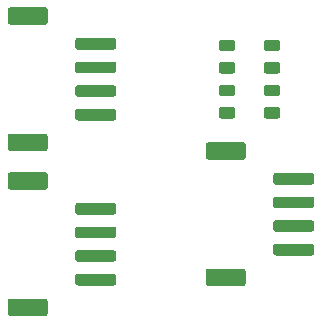
<source format=gbr>
%TF.GenerationSoftware,KiCad,Pcbnew,(5.1.6-0)*%
%TF.CreationDate,2022-05-03T23:10:05-07:00*%
%TF.ProjectId,talonsrx-enc-limit-ftc,74616c6f-6e73-4727-982d-656e632d6c69,rev?*%
%TF.SameCoordinates,PX695f190PY69fa208*%
%TF.FileFunction,Paste,Top*%
%TF.FilePolarity,Positive*%
%FSLAX46Y46*%
G04 Gerber Fmt 4.6, Leading zero omitted, Abs format (unit mm)*
G04 Created by KiCad (PCBNEW (5.1.6-0)) date 2022-05-03 23:10:05*
%MOMM*%
%LPD*%
G01*
G04 APERTURE LIST*
G04 APERTURE END LIST*
%TO.C,D1*%
G36*
G01*
X30301250Y19500000D02*
X29388750Y19500000D01*
G75*
G02*
X29145000Y19743750I0J243750D01*
G01*
X29145000Y20231250D01*
G75*
G02*
X29388750Y20475000I243750J0D01*
G01*
X30301250Y20475000D01*
G75*
G02*
X30545000Y20231250I0J-243750D01*
G01*
X30545000Y19743750D01*
G75*
G02*
X30301250Y19500000I-243750J0D01*
G01*
G37*
G36*
G01*
X30301250Y17625000D02*
X29388750Y17625000D01*
G75*
G02*
X29145000Y17868750I0J243750D01*
G01*
X29145000Y18356250D01*
G75*
G02*
X29388750Y18600000I243750J0D01*
G01*
X30301250Y18600000D01*
G75*
G02*
X30545000Y18356250I0J-243750D01*
G01*
X30545000Y17868750D01*
G75*
G02*
X30301250Y17625000I-243750J0D01*
G01*
G37*
%TD*%
%TO.C,D2*%
G36*
G01*
X26491250Y17625000D02*
X25578750Y17625000D01*
G75*
G02*
X25335000Y17868750I0J243750D01*
G01*
X25335000Y18356250D01*
G75*
G02*
X25578750Y18600000I243750J0D01*
G01*
X26491250Y18600000D01*
G75*
G02*
X26735000Y18356250I0J-243750D01*
G01*
X26735000Y17868750D01*
G75*
G02*
X26491250Y17625000I-243750J0D01*
G01*
G37*
G36*
G01*
X26491250Y19500000D02*
X25578750Y19500000D01*
G75*
G02*
X25335000Y19743750I0J243750D01*
G01*
X25335000Y20231250D01*
G75*
G02*
X25578750Y20475000I243750J0D01*
G01*
X26491250Y20475000D01*
G75*
G02*
X26735000Y20231250I0J-243750D01*
G01*
X26735000Y19743750D01*
G75*
G02*
X26491250Y19500000I-243750J0D01*
G01*
G37*
%TD*%
%TO.C,R1*%
G36*
G01*
X29388750Y22410000D02*
X30301250Y22410000D01*
G75*
G02*
X30545000Y22166250I0J-243750D01*
G01*
X30545000Y21678750D01*
G75*
G02*
X30301250Y21435000I-243750J0D01*
G01*
X29388750Y21435000D01*
G75*
G02*
X29145000Y21678750I0J243750D01*
G01*
X29145000Y22166250D01*
G75*
G02*
X29388750Y22410000I243750J0D01*
G01*
G37*
G36*
G01*
X29388750Y24285000D02*
X30301250Y24285000D01*
G75*
G02*
X30545000Y24041250I0J-243750D01*
G01*
X30545000Y23553750D01*
G75*
G02*
X30301250Y23310000I-243750J0D01*
G01*
X29388750Y23310000D01*
G75*
G02*
X29145000Y23553750I0J243750D01*
G01*
X29145000Y24041250D01*
G75*
G02*
X29388750Y24285000I243750J0D01*
G01*
G37*
%TD*%
%TO.C,R2*%
G36*
G01*
X25578750Y24285000D02*
X26491250Y24285000D01*
G75*
G02*
X26735000Y24041250I0J-243750D01*
G01*
X26735000Y23553750D01*
G75*
G02*
X26491250Y23310000I-243750J0D01*
G01*
X25578750Y23310000D01*
G75*
G02*
X25335000Y23553750I0J243750D01*
G01*
X25335000Y24041250D01*
G75*
G02*
X25578750Y24285000I243750J0D01*
G01*
G37*
G36*
G01*
X25578750Y22410000D02*
X26491250Y22410000D01*
G75*
G02*
X26735000Y22166250I0J-243750D01*
G01*
X26735000Y21678750D01*
G75*
G02*
X26491250Y21435000I-243750J0D01*
G01*
X25578750Y21435000D01*
G75*
G02*
X25335000Y21678750I0J243750D01*
G01*
X25335000Y22166250D01*
G75*
G02*
X25578750Y22410000I243750J0D01*
G01*
G37*
%TD*%
%TO.C,J2*%
G36*
G01*
X13415000Y24455000D02*
X16415000Y24455000D01*
G75*
G02*
X16665000Y24205000I0J-250000D01*
G01*
X16665000Y23705000D01*
G75*
G02*
X16415000Y23455000I-250000J0D01*
G01*
X13415000Y23455000D01*
G75*
G02*
X13165000Y23705000I0J250000D01*
G01*
X13165000Y24205000D01*
G75*
G02*
X13415000Y24455000I250000J0D01*
G01*
G37*
G36*
G01*
X13415000Y22455000D02*
X16415000Y22455000D01*
G75*
G02*
X16665000Y22205000I0J-250000D01*
G01*
X16665000Y21705000D01*
G75*
G02*
X16415000Y21455000I-250000J0D01*
G01*
X13415000Y21455000D01*
G75*
G02*
X13165000Y21705000I0J250000D01*
G01*
X13165000Y22205000D01*
G75*
G02*
X13415000Y22455000I250000J0D01*
G01*
G37*
G36*
G01*
X13415000Y20455000D02*
X16415000Y20455000D01*
G75*
G02*
X16665000Y20205000I0J-250000D01*
G01*
X16665000Y19705000D01*
G75*
G02*
X16415000Y19455000I-250000J0D01*
G01*
X13415000Y19455000D01*
G75*
G02*
X13165000Y19705000I0J250000D01*
G01*
X13165000Y20205000D01*
G75*
G02*
X13415000Y20455000I250000J0D01*
G01*
G37*
G36*
G01*
X13415000Y18455000D02*
X16415000Y18455000D01*
G75*
G02*
X16665000Y18205000I0J-250000D01*
G01*
X16665000Y17705000D01*
G75*
G02*
X16415000Y17455000I-250000J0D01*
G01*
X13415000Y17455000D01*
G75*
G02*
X13165000Y17705000I0J250000D01*
G01*
X13165000Y18205000D01*
G75*
G02*
X13415000Y18455000I250000J0D01*
G01*
G37*
G36*
G01*
X7715000Y27055000D02*
X10615000Y27055000D01*
G75*
G02*
X10865000Y26805000I0J-250000D01*
G01*
X10865000Y25805000D01*
G75*
G02*
X10615000Y25555000I-250000J0D01*
G01*
X7715000Y25555000D01*
G75*
G02*
X7465000Y25805000I0J250000D01*
G01*
X7465000Y26805000D01*
G75*
G02*
X7715000Y27055000I250000J0D01*
G01*
G37*
G36*
G01*
X7715000Y16355000D02*
X10615000Y16355000D01*
G75*
G02*
X10865000Y16105000I0J-250000D01*
G01*
X10865000Y15105000D01*
G75*
G02*
X10615000Y14855000I-250000J0D01*
G01*
X7715000Y14855000D01*
G75*
G02*
X7465000Y15105000I0J250000D01*
G01*
X7465000Y16105000D01*
G75*
G02*
X7715000Y16355000I250000J0D01*
G01*
G37*
%TD*%
%TO.C,J3*%
G36*
G01*
X7715000Y2385000D02*
X10615000Y2385000D01*
G75*
G02*
X10865000Y2135000I0J-250000D01*
G01*
X10865000Y1135000D01*
G75*
G02*
X10615000Y885000I-250000J0D01*
G01*
X7715000Y885000D01*
G75*
G02*
X7465000Y1135000I0J250000D01*
G01*
X7465000Y2135000D01*
G75*
G02*
X7715000Y2385000I250000J0D01*
G01*
G37*
G36*
G01*
X7715000Y13085000D02*
X10615000Y13085000D01*
G75*
G02*
X10865000Y12835000I0J-250000D01*
G01*
X10865000Y11835000D01*
G75*
G02*
X10615000Y11585000I-250000J0D01*
G01*
X7715000Y11585000D01*
G75*
G02*
X7465000Y11835000I0J250000D01*
G01*
X7465000Y12835000D01*
G75*
G02*
X7715000Y13085000I250000J0D01*
G01*
G37*
G36*
G01*
X13415000Y4485000D02*
X16415000Y4485000D01*
G75*
G02*
X16665000Y4235000I0J-250000D01*
G01*
X16665000Y3735000D01*
G75*
G02*
X16415000Y3485000I-250000J0D01*
G01*
X13415000Y3485000D01*
G75*
G02*
X13165000Y3735000I0J250000D01*
G01*
X13165000Y4235000D01*
G75*
G02*
X13415000Y4485000I250000J0D01*
G01*
G37*
G36*
G01*
X13415000Y6485000D02*
X16415000Y6485000D01*
G75*
G02*
X16665000Y6235000I0J-250000D01*
G01*
X16665000Y5735000D01*
G75*
G02*
X16415000Y5485000I-250000J0D01*
G01*
X13415000Y5485000D01*
G75*
G02*
X13165000Y5735000I0J250000D01*
G01*
X13165000Y6235000D01*
G75*
G02*
X13415000Y6485000I250000J0D01*
G01*
G37*
G36*
G01*
X13415000Y8485000D02*
X16415000Y8485000D01*
G75*
G02*
X16665000Y8235000I0J-250000D01*
G01*
X16665000Y7735000D01*
G75*
G02*
X16415000Y7485000I-250000J0D01*
G01*
X13415000Y7485000D01*
G75*
G02*
X13165000Y7735000I0J250000D01*
G01*
X13165000Y8235000D01*
G75*
G02*
X13415000Y8485000I250000J0D01*
G01*
G37*
G36*
G01*
X13415000Y10485000D02*
X16415000Y10485000D01*
G75*
G02*
X16665000Y10235000I0J-250000D01*
G01*
X16665000Y9735000D01*
G75*
G02*
X16415000Y9485000I-250000J0D01*
G01*
X13415000Y9485000D01*
G75*
G02*
X13165000Y9735000I0J250000D01*
G01*
X13165000Y10235000D01*
G75*
G02*
X13415000Y10485000I250000J0D01*
G01*
G37*
%TD*%
%TO.C,J4*%
G36*
G01*
X30179000Y13025000D02*
X33179000Y13025000D01*
G75*
G02*
X33429000Y12775000I0J-250000D01*
G01*
X33429000Y12275000D01*
G75*
G02*
X33179000Y12025000I-250000J0D01*
G01*
X30179000Y12025000D01*
G75*
G02*
X29929000Y12275000I0J250000D01*
G01*
X29929000Y12775000D01*
G75*
G02*
X30179000Y13025000I250000J0D01*
G01*
G37*
G36*
G01*
X30179000Y11025000D02*
X33179000Y11025000D01*
G75*
G02*
X33429000Y10775000I0J-250000D01*
G01*
X33429000Y10275000D01*
G75*
G02*
X33179000Y10025000I-250000J0D01*
G01*
X30179000Y10025000D01*
G75*
G02*
X29929000Y10275000I0J250000D01*
G01*
X29929000Y10775000D01*
G75*
G02*
X30179000Y11025000I250000J0D01*
G01*
G37*
G36*
G01*
X30179000Y9025000D02*
X33179000Y9025000D01*
G75*
G02*
X33429000Y8775000I0J-250000D01*
G01*
X33429000Y8275000D01*
G75*
G02*
X33179000Y8025000I-250000J0D01*
G01*
X30179000Y8025000D01*
G75*
G02*
X29929000Y8275000I0J250000D01*
G01*
X29929000Y8775000D01*
G75*
G02*
X30179000Y9025000I250000J0D01*
G01*
G37*
G36*
G01*
X30179000Y7025000D02*
X33179000Y7025000D01*
G75*
G02*
X33429000Y6775000I0J-250000D01*
G01*
X33429000Y6275000D01*
G75*
G02*
X33179000Y6025000I-250000J0D01*
G01*
X30179000Y6025000D01*
G75*
G02*
X29929000Y6275000I0J250000D01*
G01*
X29929000Y6775000D01*
G75*
G02*
X30179000Y7025000I250000J0D01*
G01*
G37*
G36*
G01*
X24479000Y15625000D02*
X27379000Y15625000D01*
G75*
G02*
X27629000Y15375000I0J-250000D01*
G01*
X27629000Y14375000D01*
G75*
G02*
X27379000Y14125000I-250000J0D01*
G01*
X24479000Y14125000D01*
G75*
G02*
X24229000Y14375000I0J250000D01*
G01*
X24229000Y15375000D01*
G75*
G02*
X24479000Y15625000I250000J0D01*
G01*
G37*
G36*
G01*
X24479000Y4925000D02*
X27379000Y4925000D01*
G75*
G02*
X27629000Y4675000I0J-250000D01*
G01*
X27629000Y3675000D01*
G75*
G02*
X27379000Y3425000I-250000J0D01*
G01*
X24479000Y3425000D01*
G75*
G02*
X24229000Y3675000I0J250000D01*
G01*
X24229000Y4675000D01*
G75*
G02*
X24479000Y4925000I250000J0D01*
G01*
G37*
%TD*%
M02*

</source>
